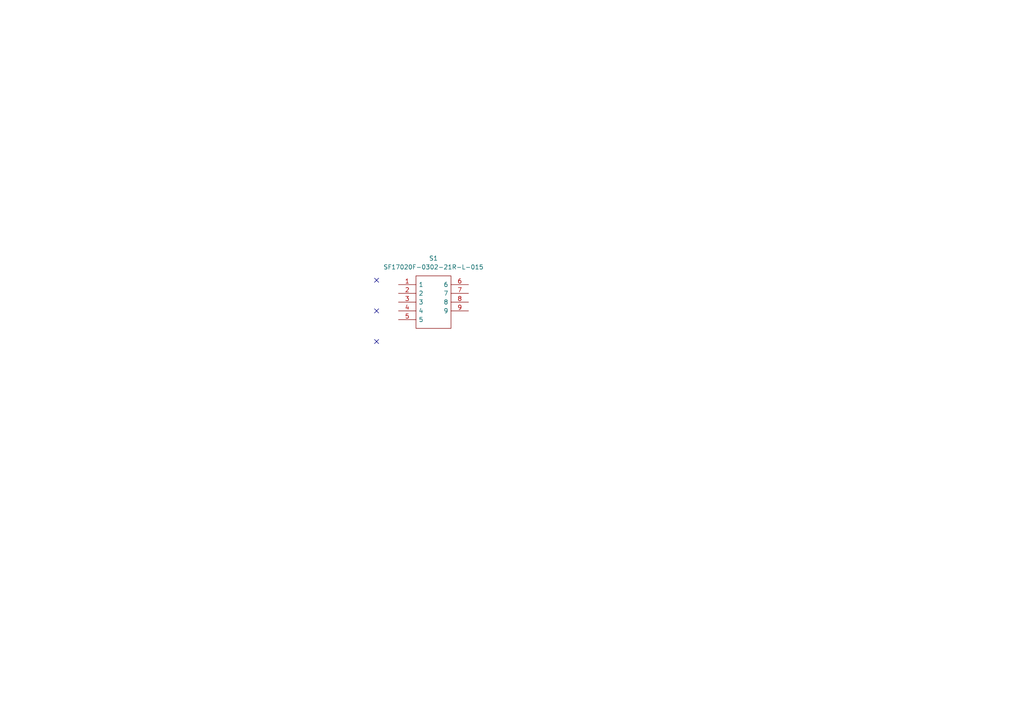
<source format=kicad_sch>
(kicad_sch (version 20231120) (generator "eeschema") (generator_version "8.0")
  (paper "A4")
  (lib_symbols
    (symbol "SF17020F-0302-21R-L-015:SF17020F-0302-21R-L-015" (pin_names (offset 0.762))
      (property "Reference" "S" (at 16.51 7.62 0))
      (property "Value" "SF17020F-0302-21R-L-015" (at 16.51 5.08 0))
      (symbol "SF17020F-0302-21R-L-015_0_0"
        (pin passive line (at 0 0 0) (length 5.08) (name "1") (number "1"))
        (pin passive line (at 0 -2.54 0) (length 5.08) (name "2") (number "2"))
        (pin passive line (at 0 -5.08 0) (length 5.08) (name "3") (number "3"))
        (pin passive line (at 0 -7.62 0) (length 5.08) (name "4") (number "4"))
        (pin passive line (at 0 -10.16 0) (length 5.08) (name "5") (number "5"))
        (pin passive line (at 20.32 0 180) (length 5.08) (name "6") (number "6"))
        (pin passive line (at 20.32 -2.54 180) (length 5.08) (name "7") (number "7"))
        (pin passive line (at 20.32 -5.08 180) (length 5.08) (name "8") (number "8"))
        (pin passive line (at 20.32 -7.62 180) (length 5.08) (name "9") (number "9"))
      )
      (symbol "SF17020F-0302-21R-L-015_0_1"
        (polyline (pts (xy 5.08 2.54) (xy 15.24 2.54) (xy 15.24 -12.7) (xy 5.08 -12.7) (xy 5.08 2.54)) (stroke (width 0.1524)))
      )
    )
  )
  (no_connect (at 109.22 90.17))
  (no_connect (at 109.22 99.06))
  (no_connect (at 109.22 81.28))
  (symbol (lib_id "SF17020F-0302-21R-L-015:SF17020F-0302-21R-L-015") (at 115.57 82.55 0) (unit 1)
    (property "Reference" "S1" (at 125.73 74.93 0))
    (property "Value" "SF17020F-0302-21R-L-015" (at 125.73 77.47 0))
    (property "Footprint" "SF17020F030221RL015" (effects (hide yes)))
    (property "Datasheet" "https://componentsearchengine.com/Datasheets/1/SF17020F-0302-21R-L-015.pdf" (effects (hide yes)))
    (property "Description" "Pushbutton Switches 3PDT STOMP/FOOT SW LATCHING 1A9VDC 9PIN" (effects (hide yes)))
    (property "Height" "41.2" (effects (hide yes)))
    (property "Mouser Part Number" "107-SF17020F-32-21RL" (effects (hide yes)))
    (property "Mouser Price/Stock" "https://www.mouser.co.uk/ProductDetail/Alpha-Taiwan/SF17020F-0302-21R-L-015?qs=8%252Br4Hz5Xir%252BN8wocvXmKAA%3D%3D" (effects (hide yes)))
    (property "Manufacturer_Name" "Alpha (Taiwan)" (effects (hide yes)))
    (property "Manufacturer_Part_Number" "SF17020F-0302-21R-L-015" (effects (hide yes)))
  )
)
</source>
